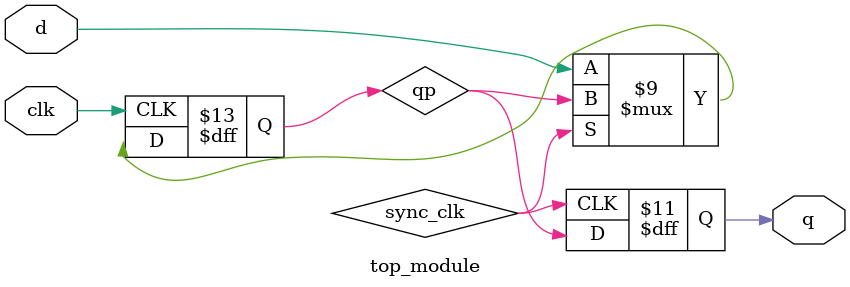
<source format=sv>
module top_module(
	input clk,
	input d,
	output reg q);
	
	reg qp;
	reg qn;
	reg sync_clk;

	always @(posedge clk) begin
	    if (sync_clk == 0)
		    qp <= d;
	end
	
	always @(negedge clk) begin
	    if (sync_clk == 1)
		    qn <= d;
	end
	
	always @(posedge sync_clk) begin
		if (sync_clk == 1)
			q <= qp;
		else
			q <= qn;
	end
	
endmodule

</source>
